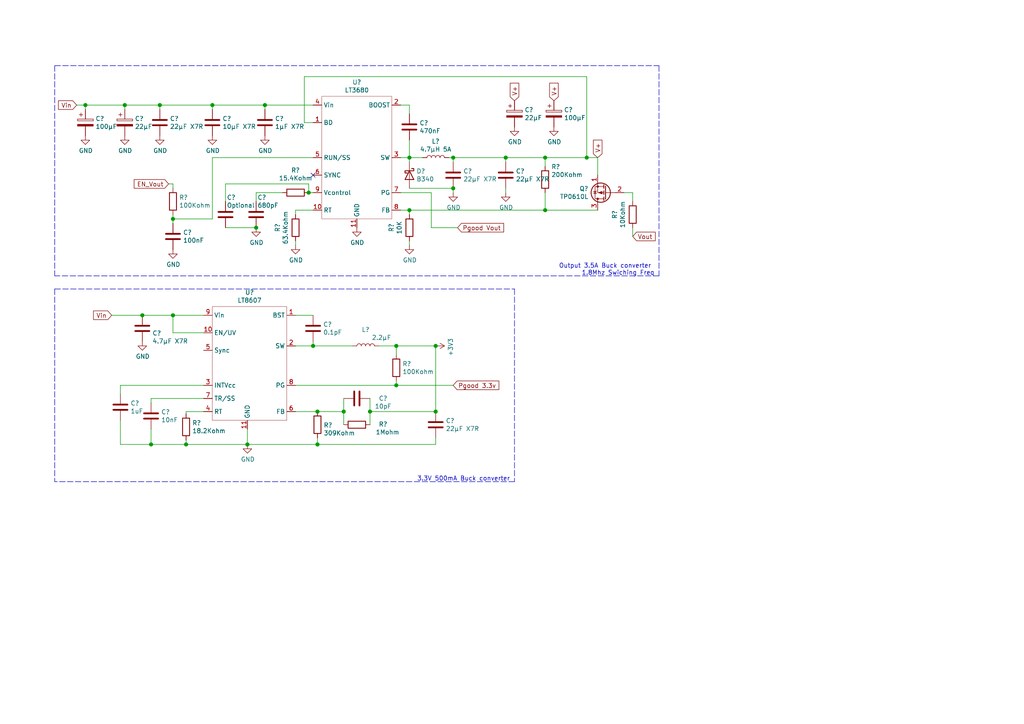
<source format=kicad_sch>
(kicad_sch (version 20210126) (generator eeschema)
  (paper "A4")
  (lib_symbols
    (symbol "00_LIB:LT8607"
      (property "Reference" "U" (at 0 1.27 0))
      (property "Value" "LT8607" (at 0 2.54 0))
      (symbol "LT8607_0_1"
        (rectangle (start -10.16 0) (end 11.43 -33.02) (stroke (width 0.0006)))
      )
      (symbol "LT8607_1_1"
        (pin input line (at 13.97 -11.43 180) (length 2.54) (name "SW") (number "2"))
        (pin input line (at 13.97 -2.54 180) (length 2.54) (name "BST") (number "1"))
        (pin input line (at 13.97 -30.48 180) (length 2.54) (name "FB") (number "6"))
        (pin input line (at 13.97 -22.86 180) (length 2.54) (name "PG") (number "8"))
        (pin input line (at 0 -35.56 90) (length 2.54) (name "GND") (number "11"))
        (pin input line (at -12.7 -30.48 0) (length 2.54) (name "RT") (number "4"))
        (pin input line (at -12.7 -26.67 0) (length 2.54) (name "TR/SS") (number "7"))
        (pin input line (at -12.7 -22.86 0) (length 2.54) (name "INTVcc") (number "3"))
        (pin input line (at -12.7 -12.7 0) (length 2.54) (name "Sync") (number "5"))
        (pin input line (at -12.7 -7.62 0) (length 2.54) (name "EN/UV") (number "10"))
        (pin input line (at -12.7 -2.54 0) (length 2.54) (name "Vin") (number "9"))
      )
    )
    (symbol "01-Global-LIB:LT3680"
      (property "Reference" "U" (at 0 -2.54 0))
      (property "Value" "LT3680" (at 0 -15.24 0))
      (symbol "LT3680_0_1"
        (rectangle (start -10.16 -5.08) (end 10.16 -40.64) (stroke (width 0.0006)))
      )
      (symbol "LT3680_1_1"
        (pin input line (at -12.7 -7.62 0) (length 2.54) (name "Vin") (number "4"))
        (pin input line (at -12.7 -12.7 0) (length 2.54) (name "BD") (number "1"))
        (pin input line (at 12.7 -22.86 180) (length 2.54) (name "SW") (number "3"))
        (pin input line (at 12.7 -7.62 180) (length 2.54) (name "BOOST") (number "2"))
        (pin input line (at -12.7 -22.86 0) (length 2.54) (name "RUN/SS") (number "5"))
        (pin input line (at -12.7 -33.02 0) (length 2.54) (name "Vcontrol") (number "9"))
        (pin input line (at -12.7 -38.1 0) (length 2.54) (name "RT") (number "10"))
        (pin input line (at 12.7 -38.1 180) (length 2.54) (name "FB") (number "8"))
        (pin input line (at 0 -43.18 90) (length 2.54) (name "GND") (number "11"))
        (pin input line (at 12.7 -33.02 180) (length 2.54) (name "PG") (number "7"))
        (pin input line (at -12.7 -27.94 0) (length 2.54) (name "SYNC") (number "6"))
      )
    )
    (symbol "Device:C" (pin_numbers hide) (pin_names (offset 0.254))
      (property "Reference" "C" (at 0.635 2.54 0))
      (property "Value" "C" (at 0.635 -2.54 0))
      (symbol "C_0_1"
        (polyline (pts (xy -2.032 -0.762) (xy 2.032 -0.762)) (stroke (width 0.508)))
        (polyline (pts (xy -2.032 0.762) (xy 2.032 0.762)) (stroke (width 0.508)))
      )
      (symbol "C_1_1"
        (pin passive line (at 0 3.81 270) (length 2.794) (name "~") (number "1"))
        (pin passive line (at 0 -3.81 90) (length 2.794) (name "~") (number "2"))
      )
    )
    (symbol "Device:CP" (pin_numbers hide) (pin_names (offset 0.254))
      (property "Reference" "C" (at 0.635 2.54 0))
      (property "Value" "CP" (at 0.635 -2.54 0))
      (symbol "CP_0_1"
        (rectangle (start -2.286 0.508) (end 2.286 1.016))
        (rectangle (start 2.286 -0.508) (end -2.286 -1.016) (fill (type outline)))
        (polyline (pts (xy -1.778 2.286) (xy -0.762 2.286)))
        (polyline (pts (xy -1.27 2.794) (xy -1.27 1.778)))
      )
      (symbol "CP_1_1"
        (pin passive line (at 0 3.81 270) (length 2.794) (name "~") (number "1"))
        (pin passive line (at 0 -3.81 90) (length 2.794) (name "~") (number "2"))
      )
    )
    (symbol "Device:L" (pin_numbers hide) (pin_names (offset 1.016) hide)
      (property "Reference" "L" (at -1.27 0 90))
      (property "Value" "L" (at 1.905 0 90))
      (symbol "L_0_1"
        (arc (start 0 -2.54) (end 0 -1.27) (radius (at 0 -1.905) (length 0.635) (angles -89.9 89.9)))
        (arc (start 0 -1.27) (end 0 0) (radius (at 0 -0.635) (length 0.635) (angles -89.9 89.9)))
        (arc (start 0 0) (end 0 1.27) (radius (at 0 0.635) (length 0.635) (angles -89.9 89.9)))
        (arc (start 0 1.27) (end 0 2.54) (radius (at 0 1.905) (length 0.635) (angles -89.9 89.9)))
      )
      (symbol "L_1_1"
        (pin passive line (at 0 3.81 270) (length 1.27) (name "1") (number "1"))
        (pin passive line (at 0 -3.81 90) (length 1.27) (name "2") (number "2"))
      )
    )
    (symbol "Device:R" (pin_numbers hide) (pin_names (offset 0))
      (property "Reference" "R" (at 2.032 0 90))
      (property "Value" "R" (at 0 0 90))
      (symbol "R_0_1"
        (rectangle (start -1.016 -2.54) (end 1.016 2.54) (stroke (width 0.254)))
      )
      (symbol "R_1_1"
        (pin passive line (at 0 3.81 270) (length 1.27) (name "~") (number "1"))
        (pin passive line (at 0 -3.81 90) (length 1.27) (name "~") (number "2"))
      )
    )
    (symbol "Diode:B340" (pin_numbers hide) (pin_names (offset 1.016) hide)
      (property "Reference" "D" (at 0 2.54 0))
      (property "Value" "B340" (at 0 -2.54 0))
      (symbol "B340_0_1"
        (polyline (pts (xy 1.27 0) (xy -1.27 0)))
        (polyline (pts (xy 1.27 1.27) (xy 1.27 -1.27) (xy -1.27 0) (xy 1.27 1.27)) (stroke (width 0.254)))
        (polyline (pts (xy -1.905 0.635) (xy -1.905 1.27) (xy -1.27 1.27) (xy -1.27 -1.27) (xy -0.635 -1.27) (xy -0.635 -0.635)) (stroke (width 0.254)))
      )
      (symbol "B340_1_1"
        (pin passive line (at -3.81 0 0) (length 2.54) (name "K") (number "1"))
        (pin passive line (at 3.81 0 180) (length 2.54) (name "A") (number "2"))
      )
    )
    (symbol "Transistor_FET:TP0610L" (pin_names hide)
      (property "Reference" "Q" (at 5.08 1.905 0))
      (property "Value" "TP0610L" (at 5.08 0 0))
      (symbol "TP0610L_0_1"
        (circle (center 1.651 0) (radius 2.794) (stroke (width 0.254)))
        (circle (center 2.54 -1.778) (radius 0.254) (fill (type outline)))
        (circle (center 2.54 1.778) (radius 0.254) (fill (type outline)))
        (polyline (pts (xy 0.254 0) (xy -2.54 0)))
        (polyline (pts (xy 0.254 1.905) (xy 0.254 -1.905)) (stroke (width 0.254)))
        (polyline (pts (xy 0.762 -1.27) (xy 0.762 -2.286)) (stroke (width 0.254)))
        (polyline (pts (xy 0.762 0.508) (xy 0.762 -0.508)) (stroke (width 0.254)))
        (polyline (pts (xy 0.762 2.286) (xy 0.762 1.27)) (stroke (width 0.254)))
        (polyline (pts (xy 2.54 2.54) (xy 2.54 1.778)))
        (polyline (pts (xy 2.54 -2.54) (xy 2.54 0) (xy 0.762 0)))
        (polyline (pts (xy 0.762 1.778) (xy 3.302 1.778) (xy 3.302 -1.778) (xy 0.762 -1.778)))
        (polyline (pts (xy 2.286 0) (xy 1.27 0.381) (xy 1.27 -0.381) (xy 2.286 0)) (fill (type outline)))
        (polyline (pts (xy 2.794 -0.508) (xy 2.921 -0.381) (xy 3.683 -0.381) (xy 3.81 -0.254)))
        (polyline (pts (xy 3.302 -0.381) (xy 2.921 0.254) (xy 3.683 0.254) (xy 3.302 -0.381)))
      )
      (symbol "TP0610L_1_1"
        (pin passive line (at 2.54 -5.08 90) (length 2.54) (name "S") (number "1"))
        (pin input line (at -5.08 0 0) (length 2.54) (name "G") (number "2"))
        (pin passive line (at 2.54 5.08 270) (length 2.54) (name "D") (number "3"))
      )
    )
    (symbol "power:+3.3V" (power) (pin_names (offset 0))
      (property "Value" "+3.3V" (at 0 3.556 0))
      (symbol "+3.3V_0_1"
        (polyline (pts (xy -0.762 1.27) (xy 0 2.54)))
        (polyline (pts (xy 0 0) (xy 0 2.54)))
        (polyline (pts (xy 0 2.54) (xy 0.762 1.27)))
      )
      (symbol "+3.3V_1_1"
        (pin power_in line (at 0 0 90) (length 0) hide (name "+3V3") (number "1"))
      )
    )
    (symbol "power:GND" (power) (pin_names (offset 0))
      (property "Value" "GND" (at 0 -3.81 0))
      (symbol "GND_0_1"
        (polyline (pts (xy 0 0) (xy 0 -1.27) (xy 1.27 -1.27) (xy 0 -2.54) (xy -1.27 -1.27) (xy 0 -1.27)))
      )
      (symbol "GND_1_1"
        (pin power_in line (at 0 0 270) (length 0) hide (name "GND") (number "1"))
      )
    )
  )
  (junction (at 24.765 30.48) (diameter 1.016))
  (junction (at 36.195 30.48) (diameter 1.016))
  (junction (at 41.275 91.44) (diameter 1.016))
  (junction (at 43.815 128.905) (diameter 1.016))
  (junction (at 46.355 30.48) (diameter 1.016))
  (junction (at 50.165 63.5) (diameter 1.016))
  (junction (at 50.165 91.44) (diameter 1.016))
  (junction (at 53.975 128.905) (diameter 1.016))
  (junction (at 61.595 30.48) (diameter 1.016))
  (junction (at 71.755 128.905) (diameter 1.016))
  (junction (at 74.295 66.04) (diameter 1.016))
  (junction (at 76.835 30.48) (diameter 1.016))
  (junction (at 89.535 55.88) (diameter 1.016))
  (junction (at 90.805 100.33) (diameter 1.016))
  (junction (at 92.075 119.38) (diameter 1.016))
  (junction (at 92.075 128.905) (diameter 1.016))
  (junction (at 99.695 119.38) (diameter 1.016))
  (junction (at 107.315 119.38) (diameter 1.016))
  (junction (at 114.935 100.33) (diameter 1.016))
  (junction (at 114.935 111.76) (diameter 1.016))
  (junction (at 118.745 45.72) (diameter 1.016))
  (junction (at 118.745 60.96) (diameter 1.016))
  (junction (at 126.365 100.33) (diameter 1.016))
  (junction (at 126.365 119.38) (diameter 1.016))
  (junction (at 131.445 45.72) (diameter 1.016))
  (junction (at 131.445 54.61) (diameter 1.016))
  (junction (at 146.685 45.72) (diameter 1.016))
  (junction (at 158.115 45.72) (diameter 1.016))
  (junction (at 158.115 60.96) (diameter 1.016))
  (junction (at 170.18 45.72) (diameter 1.016))
  (no_connect (at 90.805 50.8))
  (wire (pts (xy 22.225 30.48) (xy 24.765 30.48)))
  (wire (pts (xy 24.765 30.48) (xy 24.765 31.75)))
  (wire (pts (xy 24.765 30.48) (xy 36.195 30.48)))
  (wire (pts (xy 32.385 91.44) (xy 41.275 91.44)))
  (wire (pts (xy 34.925 111.76) (xy 59.055 111.76)))
  (wire (pts (xy 34.925 114.3) (xy 34.925 111.76)))
  (wire (pts (xy 34.925 121.92) (xy 34.925 128.905)))
  (wire (pts (xy 34.925 128.905) (xy 43.815 128.905)))
  (wire (pts (xy 36.195 30.48) (xy 36.195 31.75)))
  (wire (pts (xy 36.195 30.48) (xy 46.355 30.48)))
  (wire (pts (xy 43.815 115.57) (xy 43.815 116.84)))
  (wire (pts (xy 43.815 124.46) (xy 43.815 128.905)))
  (wire (pts (xy 43.815 128.905) (xy 53.975 128.905)))
  (wire (pts (xy 46.355 30.48) (xy 46.355 31.75)))
  (wire (pts (xy 46.355 30.48) (xy 61.595 30.48)))
  (wire (pts (xy 48.895 53.34) (xy 50.165 53.34)))
  (wire (pts (xy 50.165 53.34) (xy 50.165 54.61)))
  (wire (pts (xy 50.165 62.23) (xy 50.165 63.5)))
  (wire (pts (xy 50.165 63.5) (xy 50.165 64.77)))
  (wire (pts (xy 50.165 63.5) (xy 61.595 63.5)))
  (wire (pts (xy 50.165 91.44) (xy 41.275 91.44)))
  (wire (pts (xy 50.165 91.44) (xy 50.165 96.52)))
  (wire (pts (xy 50.165 91.44) (xy 59.055 91.44)))
  (wire (pts (xy 50.165 96.52) (xy 59.055 96.52)))
  (wire (pts (xy 53.975 119.38) (xy 59.055 119.38)))
  (wire (pts (xy 53.975 120.015) (xy 53.975 119.38)))
  (wire (pts (xy 53.975 127.635) (xy 53.975 128.905)))
  (wire (pts (xy 53.975 128.905) (xy 71.755 128.905)))
  (wire (pts (xy 59.055 115.57) (xy 43.815 115.57)))
  (wire (pts (xy 61.595 30.48) (xy 61.595 31.75)))
  (wire (pts (xy 61.595 30.48) (xy 76.835 30.48)))
  (wire (pts (xy 61.595 45.72) (xy 90.805 45.72)))
  (wire (pts (xy 61.595 63.5) (xy 61.595 45.72)))
  (wire (pts (xy 65.405 53.34) (xy 89.535 53.34)))
  (wire (pts (xy 65.405 58.42) (xy 65.405 53.34)))
  (wire (pts (xy 65.405 66.04) (xy 74.295 66.04)))
  (wire (pts (xy 71.755 124.46) (xy 71.755 128.905)))
  (wire (pts (xy 71.755 128.905) (xy 92.075 128.905)))
  (wire (pts (xy 74.295 55.88) (xy 81.915 55.88)))
  (wire (pts (xy 74.295 58.42) (xy 74.295 55.88)))
  (wire (pts (xy 76.835 30.48) (xy 76.835 31.75)))
  (wire (pts (xy 76.835 30.48) (xy 90.805 30.48)))
  (wire (pts (xy 85.725 60.96) (xy 85.725 62.23)))
  (wire (pts (xy 85.725 69.85) (xy 85.725 71.12)))
  (wire (pts (xy 85.725 91.44) (xy 90.805 91.44)))
  (wire (pts (xy 85.725 100.33) (xy 90.805 100.33)))
  (wire (pts (xy 85.725 111.76) (xy 114.935 111.76)))
  (wire (pts (xy 85.725 119.38) (xy 92.075 119.38)))
  (wire (pts (xy 88.265 22.225) (xy 170.18 22.225)))
  (wire (pts (xy 88.265 35.56) (xy 88.265 22.225)))
  (wire (pts (xy 89.535 53.34) (xy 89.535 55.88)))
  (wire (pts (xy 89.535 55.88) (xy 90.805 55.88)))
  (wire (pts (xy 90.805 35.56) (xy 88.265 35.56)))
  (wire (pts (xy 90.805 60.96) (xy 85.725 60.96)))
  (wire (pts (xy 90.805 99.06) (xy 90.805 100.33)))
  (wire (pts (xy 90.805 100.33) (xy 102.235 100.33)))
  (wire (pts (xy 92.075 119.38) (xy 99.695 119.38)))
  (wire (pts (xy 92.075 127) (xy 92.075 128.905)))
  (wire (pts (xy 92.075 128.905) (xy 126.365 128.905)))
  (wire (pts (xy 99.695 115.57) (xy 99.695 119.38)))
  (wire (pts (xy 99.695 119.38) (xy 99.695 123.19)))
  (wire (pts (xy 107.315 115.57) (xy 107.315 119.38)))
  (wire (pts (xy 107.315 119.38) (xy 107.315 123.19)))
  (wire (pts (xy 109.855 100.33) (xy 114.935 100.33)))
  (wire (pts (xy 114.935 100.33) (xy 114.935 102.87)))
  (wire (pts (xy 114.935 100.33) (xy 126.365 100.33)))
  (wire (pts (xy 114.935 110.49) (xy 114.935 111.76)))
  (wire (pts (xy 114.935 111.76) (xy 131.445 111.76)))
  (wire (pts (xy 116.205 30.48) (xy 118.745 30.48)))
  (wire (pts (xy 116.205 55.88) (xy 125.095 55.88)))
  (wire (pts (xy 116.205 60.96) (xy 118.745 60.96)))
  (wire (pts (xy 118.745 30.48) (xy 118.745 33.02)))
  (wire (pts (xy 118.745 40.64) (xy 118.745 45.72)))
  (wire (pts (xy 118.745 45.72) (xy 116.205 45.72)))
  (wire (pts (xy 118.745 45.72) (xy 118.745 46.99)))
  (wire (pts (xy 118.745 45.72) (xy 122.555 45.72)))
  (wire (pts (xy 118.745 60.96) (xy 118.745 62.23)))
  (wire (pts (xy 118.745 69.85) (xy 118.745 71.12)))
  (wire (pts (xy 125.095 66.04) (xy 125.095 55.88)))
  (wire (pts (xy 126.365 119.38) (xy 107.315 119.38)))
  (wire (pts (xy 126.365 119.38) (xy 126.365 100.33)))
  (wire (pts (xy 126.365 127) (xy 126.365 128.905)))
  (wire (pts (xy 130.175 45.72) (xy 131.445 45.72)))
  (wire (pts (xy 131.445 45.72) (xy 131.445 46.99)))
  (wire (pts (xy 131.445 45.72) (xy 146.685 45.72)))
  (wire (pts (xy 131.445 54.61) (xy 118.745 54.61)))
  (wire (pts (xy 131.445 55.88) (xy 131.445 54.61)))
  (wire (pts (xy 132.715 66.04) (xy 125.095 66.04)))
  (wire (pts (xy 146.685 45.72) (xy 146.685 46.99)))
  (wire (pts (xy 146.685 45.72) (xy 158.115 45.72)))
  (wire (pts (xy 146.685 54.61) (xy 146.685 55.88)))
  (wire (pts (xy 158.115 45.72) (xy 158.115 48.26)))
  (wire (pts (xy 158.115 45.72) (xy 170.18 45.72)))
  (wire (pts (xy 158.115 55.88) (xy 158.115 60.96)))
  (wire (pts (xy 158.115 60.96) (xy 118.745 60.96)))
  (wire (pts (xy 158.115 60.96) (xy 173.355 60.96)))
  (wire (pts (xy 170.18 22.225) (xy 170.18 45.72)))
  (wire (pts (xy 170.18 45.72) (xy 173.355 45.72)))
  (wire (pts (xy 173.355 50.8) (xy 173.355 45.72)))
  (wire (pts (xy 180.975 55.88) (xy 183.515 55.88)))
  (wire (pts (xy 183.515 55.88) (xy 183.515 58.42)))
  (wire (pts (xy 183.515 66.04) (xy 183.515 68.58)))
  (polyline (pts (xy 15.875 19.05) (xy 15.875 80.01)) (stroke (width 0) (type dash)))
  (polyline (pts (xy 15.875 19.05) (xy 191.135 19.05)) (stroke (width 0) (type dash)))
  (polyline (pts (xy 15.875 83.82) (xy 15.875 139.7)) (stroke (width 0) (type dash)))
  (polyline (pts (xy 15.875 83.82) (xy 149.225 83.82)) (stroke (width 0) (type dash)))
  (polyline (pts (xy 149.225 83.82) (xy 149.225 139.7)) (stroke (width 0) (type dash)))
  (polyline (pts (xy 149.225 139.7) (xy 15.875 139.7)) (stroke (width 0) (type dash)))
  (polyline (pts (xy 191.135 19.05) (xy 191.135 80.01)) (stroke (width 0) (type dash)))
  (polyline (pts (xy 191.135 80.01) (xy 15.875 80.01)) (stroke (width 0) (type dash)))
  (text "3.3V 500mA Buck converter\n" (at 147.955 139.7 180) (effects (font (size 1.27 1.27)) (justify right bottom)))
  (text "Output 3.5A Buck converter \n1.8Mhz Swiching Freq\n" (at 189.865 80.01 180) (effects (font (size 1.27 1.27)) (justify right bottom)))
  (global_label "Vin" (shape input) (at 22.225 30.48 180) (property "Intersheet References" "${INTERSHEET_REFS}" (effects hide)))
  (global_label "Vin" (shape input) (at 32.385 91.44 180) (property "Intersheet References" "${INTERSHEET_REFS}" (effects hide)))
  (global_label "EN_Vout" (shape input) (at 48.895 53.34 180) (property "Intersheet References" "${INTERSHEET_REFS}" (effects hide)))
  (global_label "Pgood 3.3v" (shape input) (at 131.445 111.76 0) (property "Intersheet References" "${INTERSHEET_REFS}" (effects hide)))
  (global_label "Pgood Vout" (shape input) (at 132.715 66.04 0) (property "Intersheet References" "${INTERSHEET_REFS}" (effects hide)))
  (global_label "V+" (shape input) (at 149.225 29.21 90) (property "Intersheet References" "${INTERSHEET_REFS}" (effects hide)))
  (global_label "V+" (shape input) (at 160.655 29.21 90) (property "Intersheet References" "${INTERSHEET_REFS}" (effects hide)))
  (global_label "V+" (shape input) (at 173.355 45.72 90) (property "Intersheet References" "${INTERSHEET_REFS}" (effects hide)))
  (global_label "Vout" (shape input) (at 183.515 68.58 0) (property "Intersheet References" "${INTERSHEET_REFS}" (effects hide)))
  (symbol (lib_id "power:+3.3V") (at 126.365 100.33 270) (unit 1)
    (property "Reference" "#PWR?" (effects hide))
    (property "Value" "+3.3V" (at 130.6894 100.6983 0))
  )
  (symbol (lib_id "Device:L") (at 106.045 100.33 90) (unit 1)
    (property "Reference" "L?" (at 106.045 95.6118 90))
    (property "Value" "2.2µF " (at 111.125 97.911 90))
    (property "Footprint" "Inductor_SMD:L_Wuerth_MAPI-3020" (effects hide))
    (property "Buylink" "C142408" (effects hide))
    (property "Orderd" "30" (effects hide))
  )
  (symbol (lib_id "Device:L") (at 126.365 45.72 90) (unit 1)
    (property "Reference" "L?" (at 126.365 41.0018 90))
    (property "Value" "4.7µH 5A" (at 126.365 43.3 90))
    (property "Footprint" "Inductor_SMD:L_7.3x7.3_H3.5" (effects hide))
    (property "Buylink" "C408447" (effects hide))
    (property "Orderd" "10" (effects hide))
  )
  (symbol (lib_id "power:GND") (at 24.765 39.37 0) (unit 1)
    (property "Reference" "#PWR?" (effects hide))
    (property "Value" "GND" (at 24.8793 43.6944 0))
  )
  (symbol (lib_id "power:GND") (at 36.195 39.37 0) (unit 1)
    (property "Reference" "#PWR?" (effects hide))
    (property "Value" "GND" (at 36.3093 43.6944 0))
  )
  (symbol (lib_id "power:GND") (at 41.275 99.06 0) (unit 1)
    (property "Reference" "#PWR?" (effects hide))
    (property "Value" "GND" (at 41.3893 103.3844 0))
  )
  (symbol (lib_id "power:GND") (at 46.355 39.37 0) (unit 1)
    (property "Reference" "#PWR?" (effects hide))
    (property "Value" "GND" (at 46.4693 43.6944 0))
  )
  (symbol (lib_id "power:GND") (at 50.165 72.39 0) (unit 1)
    (property "Reference" "#PWR?" (effects hide))
    (property "Value" "GND" (at 50.2793 76.7144 0))
  )
  (symbol (lib_id "power:GND") (at 61.595 39.37 0) (unit 1)
    (property "Reference" "#PWR?" (effects hide))
    (property "Value" "GND" (at 61.7093 43.6944 0))
  )
  (symbol (lib_id "power:GND") (at 71.755 128.905 0) (unit 1)
    (property "Reference" "#PWR?" (effects hide))
    (property "Value" "GND" (at 71.8693 133.2294 0))
  )
  (symbol (lib_id "power:GND") (at 74.295 66.04 0) (unit 1)
    (property "Reference" "#PWR?" (effects hide))
    (property "Value" "GND" (at 74.4093 70.3644 0))
  )
  (symbol (lib_id "power:GND") (at 76.835 39.37 0) (unit 1)
    (property "Reference" "#PWR?" (effects hide))
    (property "Value" "GND" (at 76.9493 43.6944 0))
  )
  (symbol (lib_id "power:GND") (at 85.725 71.12 0) (unit 1)
    (property "Reference" "#PWR?" (effects hide))
    (property "Value" "GND" (at 85.8393 75.4444 0))
  )
  (symbol (lib_id "power:GND") (at 103.505 66.04 0) (unit 1)
    (property "Reference" "#PWR?" (effects hide))
    (property "Value" "GND" (at 103.6193 70.3644 0))
  )
  (symbol (lib_id "power:GND") (at 118.745 71.12 0) (unit 1)
    (property "Reference" "#PWR?" (effects hide))
    (property "Value" "GND" (at 118.8593 75.4444 0))
  )
  (symbol (lib_id "power:GND") (at 131.445 55.88 0) (unit 1)
    (property "Reference" "#PWR?" (effects hide))
    (property "Value" "GND" (at 131.5593 60.2044 0))
  )
  (symbol (lib_id "power:GND") (at 146.685 55.88 0) (unit 1)
    (property "Reference" "#PWR?" (effects hide))
    (property "Value" "GND" (at 146.7993 60.2044 0))
  )
  (symbol (lib_id "power:GND") (at 149.225 36.83 0) (unit 1)
    (property "Reference" "#PWR?" (effects hide))
    (property "Value" "GND" (at 149.3393 41.1544 0))
  )
  (symbol (lib_id "power:GND") (at 160.655 36.83 0) (unit 1)
    (property "Reference" "#PWR?" (effects hide))
    (property "Value" "GND" (at 160.7693 41.1544 0))
  )
  (symbol (lib_id "Device:R") (at 50.165 58.42 0) (unit 1)
    (property "Reference" "R?" (at 51.9431 57.2706 0) (effects (justify left)))
    (property "Value" "100Kohm" (at 51.943 59.569 0) (effects (justify left)))
    (property "Footprint" "Resistor_SMD:R_0805_2012Metric_Pad1.20x1.40mm_HandSolder" (effects hide))
    (property "Buylink" "C406726" (effects hide))
  )
  (symbol (lib_id "Device:R") (at 53.975 123.825 0) (unit 1)
    (property "Reference" "R?" (at 55.753 122.676 0) (effects (justify left)))
    (property "Value" "18.2Kohm" (at 55.753 124.974 0) (effects (justify left)))
    (property "Footprint" "Resistor_SMD:R_0805_2012Metric_Pad1.20x1.40mm_HandSolder" (effects hide))
    (property "Buylink" "C168424" (effects hide))
    (property "Orderd" "100" (effects hide))
  )
  (symbol (lib_id "Device:R") (at 85.725 55.88 90) (unit 1)
    (property "Reference" "R?" (at 85.725 49.3838 90))
    (property "Value" "15.4Kohm" (at 85.725 51.683 90))
    (property "Footprint" "Resistor_SMD:R_0805_2012Metric_Pad1.20x1.40mm_HandSolder" (effects hide))
    (property "Buylink" "C322296" (effects hide))
    (property "Orderd" "100" (effects hide))
  )
  (symbol (lib_id "Device:R") (at 85.725 66.04 180) (unit 1)
    (property "Reference" "R?" (at 80.4988 66.04 90))
    (property "Value" "63.4Kohm" (at 82.798 66.04 90))
    (property "Footprint" "Resistor_SMD:R_0805_2012Metric_Pad1.20x1.40mm_HandSolder" (effects hide))
    (property "Buylink" "C322540" (effects hide))
    (property "Orderd" "100" (effects hide))
  )
  (symbol (lib_id "Device:R") (at 92.075 123.19 0) (unit 1)
    (property "Reference" "R?" (at 93.8531 123.3106 0) (effects (justify left)))
    (property "Value" "309Kohm" (at 93.853 125.609 0) (effects (justify left)))
    (property "Footprint" "Resistor_SMD:R_0805_2012Metric_Pad1.20x1.40mm_HandSolder" (effects hide))
    (property "Buylink" "C57148" (effects hide))
    (property "Orderd" "100" (effects hide))
  )
  (symbol (lib_id "Device:R") (at 103.505 123.19 90) (unit 1)
    (property "Reference" "R?" (at 111.125 123.0438 90))
    (property "Value" "1Mohm" (at 112.395 125.342 90))
    (property "Footprint" "Resistor_SMD:R_0805_2012Metric_Pad1.20x1.40mm_HandSolder" (effects hide))
    (property "Buylink" "C131391" (effects hide))
    (property "Orderd" "100" (effects hide))
  )
  (symbol (lib_id "Device:R") (at 114.935 106.68 0) (unit 1)
    (property "Reference" "R?" (at 116.7131 105.5306 0) (effects (justify left)))
    (property "Value" "100Kohm" (at 116.713 107.829 0) (effects (justify left)))
    (property "Footprint" "Resistor_SMD:R_0805_2012Metric_Pad1.20x1.40mm_HandSolder" (effects hide))
    (property "Buylink" "C406726" (effects hide))
  )
  (symbol (lib_id "Device:R") (at 118.745 66.04 180) (unit 1)
    (property "Reference" "R?" (at 113.5188 66.04 90))
    (property "Value" "10K" (at 115.818 66.04 90))
    (property "Footprint" "Resistor_SMD:R_0805_2012Metric_Pad1.20x1.40mm_HandSolder" (effects hide))
    (property "Buylink" "C406726" (effects hide))
  )
  (symbol (lib_id "Device:R") (at 158.115 52.07 0) (unit 1)
    (property "Reference" "R?" (at 159.8931 48.3806 0) (effects (justify left)))
    (property "Value" "200Kohm" (at 159.893 50.679 0) (effects (justify left)))
    (property "Footprint" "Resistor_SMD:R_0805_2012Metric_Pad1.20x1.40mm_HandSolder" (effects hide))
  )
  (symbol (lib_id "Device:R") (at 183.515 62.23 180) (unit 1)
    (property "Reference" "R?" (at 178.2888 62.23 90))
    (property "Value" "10Kohm" (at 180.588 62.23 90))
    (property "Footprint" "Resistor_SMD:R_0805_2012Metric_Pad1.20x1.40mm_HandSolder" (effects hide))
  )
  (symbol (lib_id "Diode:B340") (at 118.745 50.8 270) (unit 1)
    (property "Reference" "D?" (at 120.7771 49.6506 90) (effects (justify left)))
    (property "Value" "B340" (at 120.777 51.949 90) (effects (justify left)))
    (property "Footprint" "Diode_SMD:D_SMA_Handsoldering" (effects hide))
    (property "Datasheet" "http://www.jameco.com/Jameco/Products/ProdDS/1538777.pdf" (effects hide))
    (property "Buylink" "C433997" (effects hide))
    (property "Orderd" "50" (effects hide))
  )
  (symbol (lib_id "Device:CP") (at 24.765 35.56 0) (unit 1)
    (property "Reference" "C?" (at 27.6861 34.4106 0) (effects (justify left)))
    (property "Value" "100µF" (at 27.686 36.709 0) (effects (justify left)))
    (property "Footprint" "Capacitor_SMD:C_Elec_8x10.2" (effects hide))
    (property "Buylink" "C3352" (effects hide))
    (property "Orderd" "40" (effects hide))
  )
  (symbol (lib_id "Device:C") (at 34.925 118.11 0) (unit 1)
    (property "Reference" "C?" (at 37.8461 116.9606 0) (effects (justify left)))
    (property "Value" "1uF" (at 37.846 119.259 0) (effects (justify left)))
    (property "Footprint" "Capacitor_SMD:C_0805_2012Metric_Pad1.18x1.45mm_HandSolder" (effects hide))
    (property "Buylink" "C1786" (effects hide))
  )
  (symbol (lib_id "Device:CP") (at 36.195 35.56 0) (unit 1)
    (property "Reference" "C?" (at 39.1161 34.4106 0) (effects (justify left)))
    (property "Value" "22µF " (at 39.116 36.709 0) (effects (justify left)))
    (property "Footprint" "Capacitor_SMD:C_Elec_6.3x5.4" (effects hide))
    (property "Buylink" "C98744" (effects hide))
  )
  (symbol (lib_id "Device:C") (at 41.275 95.25 0) (unit 1)
    (property "Reference" "C?" (at 44.1961 96.6406 0) (effects (justify left)))
    (property "Value" "4.7µF X7R" (at 44.196 98.939 0) (effects (justify left)))
    (property "Footprint" "Capacitor_SMD:C_1206_3216Metric_Pad1.33x1.80mm_HandSolder" (effects hide))
    (property "Buylink" "C513768" (effects hide))
    (property "Orderd" "30" (effects hide))
  )
  (symbol (lib_id "Device:C") (at 43.815 120.65 0) (unit 1)
    (property "Reference" "C?" (at 46.7361 119.5006 0) (effects (justify left)))
    (property "Value" "10nF" (at 46.736 121.799 0) (effects (justify left)))
    (property "Footprint" "Capacitor_SMD:C_0805_2012Metric_Pad1.18x1.45mm_HandSolder" (effects hide))
    (property "Buylink" "C780691" (effects hide))
    (property "Orderd" "100" (effects hide))
  )
  (symbol (lib_id "Device:C") (at 46.355 35.56 0) (unit 1)
    (property "Reference" "C?" (at 49.2761 34.4106 0) (effects (justify left)))
    (property "Value" "22µF X7R" (at 49.276 36.709 0) (effects (justify left)))
    (property "Footprint" "Capacitor_SMD:C_2220_5650Metric_Pad1.97x5.40mm_HandSolder" (effects hide))
    (property "Buylink" "C153034" (effects hide))
  )
  (symbol (lib_id "Device:C") (at 50.165 68.58 0) (unit 1)
    (property "Reference" "C?" (at 53.0861 67.4306 0) (effects (justify left)))
    (property "Value" "100nF" (at 53.086 69.729 0) (effects (justify left)))
    (property "Footprint" "Capacitor_SMD:C_0805_2012Metric_Pad1.18x1.45mm_HandSolder" (effects hide))
    (property "Buylink" "C216548" (effects hide))
  )
  (symbol (lib_id "Device:C") (at 61.595 35.56 0) (unit 1)
    (property "Reference" "C?" (at 64.5161 34.4106 0) (effects (justify left)))
    (property "Value" "10µF X7R" (at 64.516 36.709 0) (effects (justify left)))
    (property "Footprint" "Capacitor_SMD:C_1206_3216Metric_Pad1.33x1.80mm_HandSolder" (effects hide))
    (property "Buylink" "C89632" (effects hide))
    (property "Orderd" "30" (effects hide))
  )
  (symbol (lib_id "Device:C") (at 65.405 62.23 0) (unit 1)
    (property "Reference" "C?" (at 65.7861 57.2706 0) (effects (justify left)))
    (property "Value" "Optional" (at 65.786 59.569 0) (effects (justify left)))
    (property "Footprint" "Capacitor_SMD:C_0805_2012Metric_Pad1.18x1.45mm_HandSolder" (effects hide))
  )
  (symbol (lib_id "Device:C") (at 74.295 62.23 0) (unit 1)
    (property "Reference" "C?" (at 74.6761 57.2706 0) (effects (justify left)))
    (property "Value" "680pF" (at 74.676 59.569 0) (effects (justify left)))
    (property "Footprint" "Capacitor_SMD:C_0805_2012Metric_Pad1.18x1.45mm_HandSolder" (effects hide))
    (property "Buylink" "C107157" (effects hide))
    (property "Orderd" "50" (effects hide))
  )
  (symbol (lib_id "Device:C") (at 76.835 35.56 0) (unit 1)
    (property "Reference" "C?" (at 79.7561 34.4106 0) (effects (justify left)))
    (property "Value" "1µF X7R" (at 79.756 36.709 0) (effects (justify left)))
    (property "Footprint" "Capacitor_SMD:C_0805_2012Metric_Pad1.18x1.45mm_HandSolder" (effects hide))
    (property "Buylink" "C28323" (effects hide))
    (property "Orderd" "100" (effects hide))
  )
  (symbol (lib_id "Device:C") (at 90.805 95.25 0) (unit 1)
    (property "Reference" "C?" (at 93.7261 94.1006 0) (effects (justify left)))
    (property "Value" "0.1pF" (at 93.726 96.399 0) (effects (justify left)))
    (property "Footprint" "Capacitor_SMD:C_0603_1608Metric_Pad1.08x0.95mm_HandSolder" (effects hide))
    (property "Buylink" "C304680" (effects hide))
    (property "Orderd" "20" (effects hide))
  )
  (symbol (lib_id "Device:C") (at 103.505 115.57 90) (unit 1)
    (property "Reference" "C?" (at 111.125 115.5508 90))
    (property "Value" "10pF" (at 111.125 117.849 90))
    (property "Footprint" "Capacitor_SMD:C_0805_2012Metric_Pad1.18x1.45mm_HandSolder" (effects hide))
    (property "Buylink" "C157608" (effects hide))
    (property "Orderd" "100" (effects hide))
  )
  (symbol (lib_id "Device:C") (at 118.745 36.83 0) (unit 1)
    (property "Reference" "C?" (at 121.6661 35.6806 0) (effects (justify left)))
    (property "Value" "470nF" (at 121.666 37.979 0) (effects (justify left)))
    (property "Footprint" "Capacitor_SMD:C_0805_2012Metric_Pad1.18x1.45mm_HandSolder" (effects hide))
    (property "Buylink" "C307545" (effects hide))
    (property "Orderd" "100" (effects hide))
  )
  (symbol (lib_id "Device:C") (at 126.365 123.19 0) (unit 1)
    (property "Reference" "C?" (at 129.2861 122.0406 0) (effects (justify left)))
    (property "Value" "22µF X7R" (at 129.286 124.339 0) (effects (justify left)))
    (property "Footprint" "Capacitor_SMD:C_2220_5650Metric_Pad1.97x5.40mm_HandSolder" (effects hide))
    (property "Buylink" "C153034" (effects hide))
  )
  (symbol (lib_id "Device:C") (at 131.445 50.8 0) (unit 1)
    (property "Reference" "C?" (at 134.3661 49.6506 0) (effects (justify left)))
    (property "Value" "22µF X7R" (at 134.366 51.949 0) (effects (justify left)))
    (property "Footprint" "Capacitor_SMD:C_2220_5650Metric_Pad1.97x5.40mm_HandSolder" (effects hide))
    (property "Buylink" "C153034" (effects hide))
  )
  (symbol (lib_id "Device:C") (at 146.685 50.8 0) (unit 1)
    (property "Reference" "C?" (at 149.6061 49.6506 0) (effects (justify left)))
    (property "Value" "22µF X7R" (at 149.606 51.949 0) (effects (justify left)))
    (property "Footprint" "Capacitor_SMD:C_2220_5650Metric_Pad1.97x5.40mm_HandSolder" (effects hide))
    (property "Buylink" "C153034" (effects hide))
  )
  (symbol (lib_id "Device:CP") (at 149.225 33.02 0) (unit 1)
    (property "Reference" "C?" (at 152.1461 31.8706 0) (effects (justify left)))
    (property "Value" "22µF " (at 152.146 34.169 0) (effects (justify left)))
    (property "Footprint" "Capacitor_SMD:C_Elec_6.3x5.4" (effects hide))
    (property "Buylink" "C98744" (effects hide))
  )
  (symbol (lib_id "Device:CP") (at 160.655 33.02 0) (unit 1)
    (property "Reference" "C?" (at 163.5761 31.8706 0) (effects (justify left)))
    (property "Value" "100µF" (at 163.576 34.169 0) (effects (justify left)))
    (property "Footprint" "Capacitor_SMD:C_Elec_8x10.2" (effects hide))
    (property "Buylink" "C3352" (effects hide))
    (property "Orderd" "40" (effects hide))
  )
  (symbol (lib_id "Transistor_FET:TP0610L") (at 175.895 55.88 180) (unit 1)
    (property "Reference" "Q?" (at 170.6879 54.7306 0) (effects (justify left)))
    (property "Value" "TP0610L" (at 170.6879 57.0293 0) (effects (justify left)))
    (property "Footprint" "Package_TO_SOT_SMD:SOT-23" (effects hide))
    (property "Datasheet" "http://www.vishay.com/docs/70209/70209.pdf" (effects hide))
    (property "Buylink" "C193222" (effects hide))
    (property "Orderd" "10" (effects hide))
  )
  (symbol (lib_id "00_LIB:LT8607") (at 71.755 88.9 0) (unit 1)
    (property "Reference" "U?" (at 72.39 84.8165 0))
    (property "Value" "LT8607" (at 72.39 87.1152 0))
    (property "Footprint" "00_Custom_Kicad:MSOP-10_handsolder" (effects hide))
  )
  (symbol (lib_id "01-Global-LIB:LT3680") (at 103.505 22.86 0) (unit 1)
    (property "Reference" "U?" (at 103.505 23.8565 0))
    (property "Value" "LT3680" (at 103.505 26.1552 0))
    (property "Footprint" "00_Custom_Kicad:MSOP-10_handsolder" (effects hide))
  )
)
</source>
